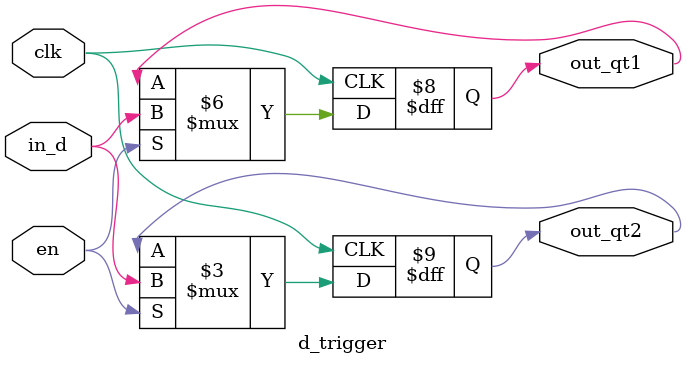
<source format=v>
module d_trigger(clk,en,in_d,out_qt1,out_qt2);
	input clk;
	input en;
	input in_d;
	output reg out_qt1;
	output reg out_qt2;
	
	always @(posedge clk)
		if(en) begin
			out_qt1 = in_d;
			out_qt2 = out_qt1;
			end
		else begin
			out_qt1 = out_qt1;
			out_qt2 = out_qt2;
			end
			
endmodule
</source>
